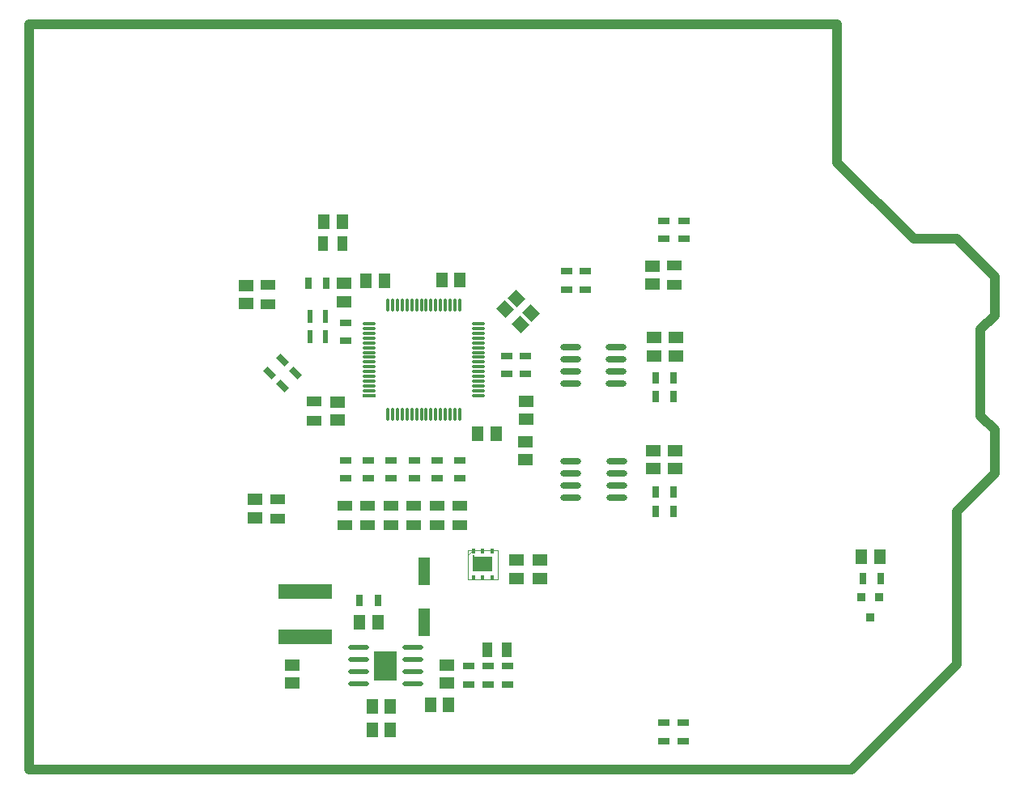
<source format=gbp>
G04*
G04 #@! TF.GenerationSoftware,Altium Limited,CircuitStudio,1.5.2 (1.5.2.30)*
G04*
G04 Layer_Color=16770453*
%FSLAX44Y44*%
%MOMM*%
G71*
G01*
G75*
%ADD15C,0.0254*%
%ADD16C,1.0000*%
%ADD43R,0.7000X1.3000*%
%ADD44R,0.8128X0.9144*%
%ADD45R,1.3000X1.6000*%
G04:AMPARAMS|DCode=46|XSize=1.3mm|YSize=0.7mm|CornerRadius=0mm|HoleSize=0mm|Usage=FLASHONLY|Rotation=315.000|XOffset=0mm|YOffset=0mm|HoleType=Round|Shape=Rectangle|*
%AMROTATEDRECTD46*
4,1,4,-0.7071,0.2121,-0.2121,0.7071,0.7071,-0.2121,0.2121,-0.7071,-0.7071,0.2121,0.0*
%
%ADD46ROTATEDRECTD46*%

%ADD47O,1.3710X0.3510*%
%ADD48R,1.3000X0.7000*%
%ADD49R,5.7000X1.6000*%
%ADD50R,1.6000X1.3000*%
%ADD51R,1.5240X1.0000*%
%ADD52R,2.1000X1.6000*%
%ADD53R,0.3500X0.6000*%
%ADD54O,2.2000X0.6000*%
G04:AMPARAMS|DCode=55|XSize=1.4mm|YSize=1.2mm|CornerRadius=0mm|HoleSize=0mm|Usage=FLASHONLY|Rotation=135.000|XOffset=0mm|YOffset=0mm|HoleType=Round|Shape=Rectangle|*
%AMROTATEDRECTD55*
4,1,4,0.9192,-0.0707,0.0707,-0.9192,-0.9192,0.0707,-0.0707,0.9192,0.9192,-0.0707,0.0*
%
%ADD55ROTATEDRECTD55*%

%ADD56R,1.0000X1.5240*%
%ADD57O,2.2000X0.5000*%
%ADD58R,2.4000X3.1000*%
%ADD59R,1.2000X3.0000*%
%ADD60R,0.6000X1.4000*%
%ADD61R,0.6000X1.4500*%
%ADD62R,1.3710X0.3510*%
%ADD63O,0.3510X1.3710*%
D15*
X585622Y473186D02*
G03*
X585622Y473186I-762J0D01*
G01*
X578866Y479536D02*
X609854D01*
X578866Y448548D02*
Y479536D01*
Y448548D02*
X609854D01*
Y479536D01*
X578866Y474456D02*
X583946Y479536D01*
D16*
X1045000Y805000D02*
X1090000D01*
X965000Y885000D02*
X1045000Y805000D01*
X965000Y885000D02*
Y1030000D01*
X1090000Y360000D02*
Y520000D01*
X980000Y250000D02*
X1090000Y360000D01*
X965000Y250000D02*
X980000D01*
X1130000Y725000D02*
Y765000D01*
X1115000Y710000D02*
X1130000Y725000D01*
Y560000D02*
Y605000D01*
X1115000Y620000D02*
X1130000Y605000D01*
X1115000Y620000D02*
Y710000D01*
X1090000Y520000D02*
X1130000Y560000D01*
X120000Y250000D02*
X965000D01*
X1090000Y805000D02*
X1130000Y765000D01*
X120000Y1030000D02*
X965000D01*
X120000Y250000D02*
Y1030000D01*
D43*
X1010719Y449906D02*
D03*
X991719D02*
D03*
X775250Y660000D02*
D03*
X794250D02*
D03*
X775250Y640000D02*
D03*
X794250D02*
D03*
X775250Y540000D02*
D03*
X794250D02*
D03*
X775250Y520000D02*
D03*
X794250D02*
D03*
X411750Y758250D02*
D03*
X430750D02*
D03*
X484644Y426770D02*
D03*
X465644D02*
D03*
D44*
X999643Y409318D02*
D03*
X1009295Y430494D02*
D03*
X990143D02*
D03*
D45*
X990719Y472406D02*
D03*
X1009719D02*
D03*
X447250Y823250D02*
D03*
X428250D02*
D03*
X484610Y403520D02*
D03*
X465610D02*
D03*
X558736Y317270D02*
D03*
X539736D02*
D03*
X472250Y761000D02*
D03*
X491250D02*
D03*
X478860Y291270D02*
D03*
X497860D02*
D03*
Y316020D02*
D03*
X478860D02*
D03*
X608250Y601000D02*
D03*
X589250D02*
D03*
X570750Y761750D02*
D03*
X551750D02*
D03*
D46*
X371283Y665032D02*
D03*
X385282Y651282D02*
D03*
X398717Y664717D02*
D03*
X384717Y678467D02*
D03*
D47*
X475750Y661250D02*
D03*
Y666250D02*
D03*
Y646250D02*
D03*
Y651250D02*
D03*
Y656250D02*
D03*
Y671250D02*
D03*
Y676250D02*
D03*
Y681250D02*
D03*
Y686250D02*
D03*
Y691250D02*
D03*
Y696250D02*
D03*
Y701250D02*
D03*
Y706250D02*
D03*
Y711250D02*
D03*
Y716250D02*
D03*
X589750D02*
D03*
Y711250D02*
D03*
Y706250D02*
D03*
Y701250D02*
D03*
Y696250D02*
D03*
Y691250D02*
D03*
Y686250D02*
D03*
Y681250D02*
D03*
Y676250D02*
D03*
Y671250D02*
D03*
Y666250D02*
D03*
Y661250D02*
D03*
Y656250D02*
D03*
Y651250D02*
D03*
Y646250D02*
D03*
Y641250D02*
D03*
D48*
X681998Y752000D02*
D03*
Y771000D02*
D03*
X702000D02*
D03*
Y752000D02*
D03*
X805000Y824000D02*
D03*
Y805000D02*
D03*
X784000D02*
D03*
Y824000D02*
D03*
X638750Y663500D02*
D03*
Y682500D02*
D03*
X450750Y554500D02*
D03*
Y573500D02*
D03*
X474750Y554500D02*
D03*
Y573500D02*
D03*
X498750Y554500D02*
D03*
Y573500D02*
D03*
X522750Y554500D02*
D03*
Y573500D02*
D03*
X546750Y554500D02*
D03*
Y573500D02*
D03*
X570750Y554500D02*
D03*
Y573500D02*
D03*
X783625Y279750D02*
D03*
Y298750D02*
D03*
X804000D02*
D03*
Y279750D02*
D03*
X450750Y698500D02*
D03*
Y717500D02*
D03*
X619500Y663500D02*
D03*
Y682500D02*
D03*
X620000Y338770D02*
D03*
Y357770D02*
D03*
X600000Y338770D02*
D03*
Y357770D02*
D03*
X580110D02*
D03*
Y338770D02*
D03*
D49*
X409110Y435770D02*
D03*
Y388770D02*
D03*
D50*
X771750Y757750D02*
D03*
Y776750D02*
D03*
X773750Y701750D02*
D03*
Y682750D02*
D03*
X796750Y701750D02*
D03*
Y682750D02*
D03*
X654360Y469020D02*
D03*
Y450020D02*
D03*
X629360Y469020D02*
D03*
Y450020D02*
D03*
X795750Y583500D02*
D03*
Y564500D02*
D03*
X772750Y583500D02*
D03*
Y564500D02*
D03*
X639250Y592750D02*
D03*
Y573750D02*
D03*
X346750Y756250D02*
D03*
Y737250D02*
D03*
X394860Y359270D02*
D03*
Y340270D02*
D03*
X557110Y340020D02*
D03*
Y359020D02*
D03*
X449750Y739500D02*
D03*
Y758500D02*
D03*
X442250Y634500D02*
D03*
Y615500D02*
D03*
X639500Y616250D02*
D03*
Y635250D02*
D03*
X356250Y532250D02*
D03*
Y513250D02*
D03*
D51*
X795000Y777160D02*
D03*
Y756840D02*
D03*
X570550Y526160D02*
D03*
Y505840D02*
D03*
X546430Y526160D02*
D03*
Y505840D02*
D03*
X522310Y526160D02*
D03*
Y505840D02*
D03*
X498190Y526160D02*
D03*
Y505840D02*
D03*
X474070Y526160D02*
D03*
Y505840D02*
D03*
X449950Y526160D02*
D03*
Y505840D02*
D03*
X370000Y736340D02*
D03*
Y756660D02*
D03*
X418250Y634910D02*
D03*
Y614590D02*
D03*
X379764Y512510D02*
D03*
Y532830D02*
D03*
D52*
X594360Y464520D02*
D03*
D53*
X584860Y450520D02*
D03*
X594360D02*
D03*
X603860D02*
D03*
Y478520D02*
D03*
X594360D02*
D03*
X584860D02*
D03*
D54*
X734250Y572800D02*
D03*
Y560100D02*
D03*
Y547400D02*
D03*
Y534700D02*
D03*
X686250Y572800D02*
D03*
Y560100D02*
D03*
Y547400D02*
D03*
Y534700D02*
D03*
X734000Y692050D02*
D03*
Y679350D02*
D03*
Y666650D02*
D03*
Y653950D02*
D03*
X686000Y692050D02*
D03*
Y679350D02*
D03*
Y666650D02*
D03*
Y653950D02*
D03*
D55*
X644935Y727129D02*
D03*
X629379Y742685D02*
D03*
X633621Y715815D02*
D03*
X618065Y731371D02*
D03*
D56*
X427257Y800236D02*
D03*
X447577D02*
D03*
X598950Y375520D02*
D03*
X619270D02*
D03*
D57*
X464160Y339470D02*
D03*
Y352170D02*
D03*
Y364870D02*
D03*
Y377570D02*
D03*
X521560Y339470D02*
D03*
Y352170D02*
D03*
Y364870D02*
D03*
Y377570D02*
D03*
D58*
X492860Y358520D02*
D03*
D59*
X532860Y457520D02*
D03*
Y403520D02*
D03*
D60*
X413750Y703000D02*
D03*
Y724000D02*
D03*
D61*
X429750Y703000D02*
D03*
Y724000D02*
D03*
D62*
X475750Y641250D02*
D03*
D63*
X495250Y735750D02*
D03*
X500250D02*
D03*
X505250D02*
D03*
X510250D02*
D03*
X515250D02*
D03*
X520250D02*
D03*
X525250D02*
D03*
X530250D02*
D03*
X535250D02*
D03*
X540250D02*
D03*
X545250D02*
D03*
X550250D02*
D03*
X555250D02*
D03*
X560250D02*
D03*
X565250D02*
D03*
X570250D02*
D03*
Y621750D02*
D03*
X565250D02*
D03*
X560250D02*
D03*
X555250D02*
D03*
X550250D02*
D03*
X545250D02*
D03*
X540250D02*
D03*
X535250D02*
D03*
X530250D02*
D03*
X525250D02*
D03*
X520250D02*
D03*
X515250D02*
D03*
X510250D02*
D03*
X505250D02*
D03*
X500250D02*
D03*
X495250D02*
D03*
M02*

</source>
